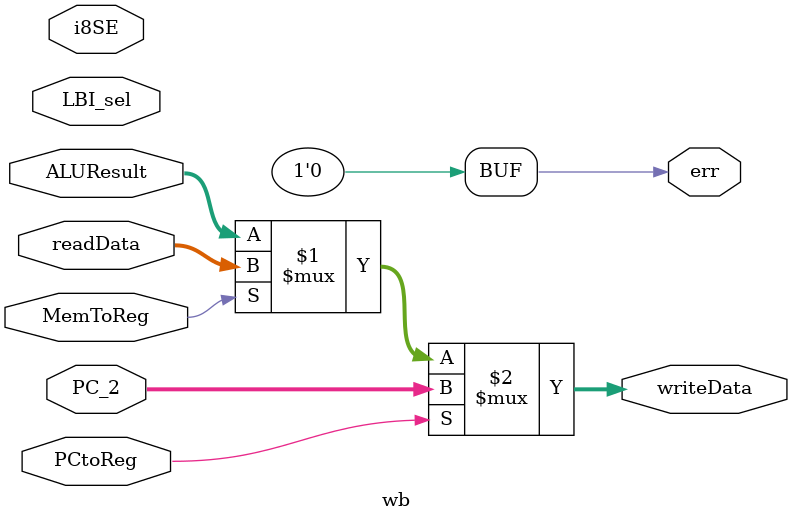
<source format=v>
`default_nettype none
/*
   Filename        : wb.v
   Description     : This is the module for the overall Write Back stage of the processor.
*/
module wb (
   //Control signals
   input wire  LBI_sel, 
   input wire  MemToReg,
   input wire  PCtoReg,
 
   input wire  [15:0] readData,
   input wire  [15:0] i8SE,
   input wire  [15:0] ALUResult, 
   input wire  [15:0] PC_2, 

   output wire [15:0] writeData,
   output wire err
);

   assign writeData = PCtoReg  ? PC_2 :
                      MemToReg ? readData :
                                 ALUResult;
   
   assign err = 1'b0; // Nothing to error at this stage

endmodule

`default_nettype wire
</source>
